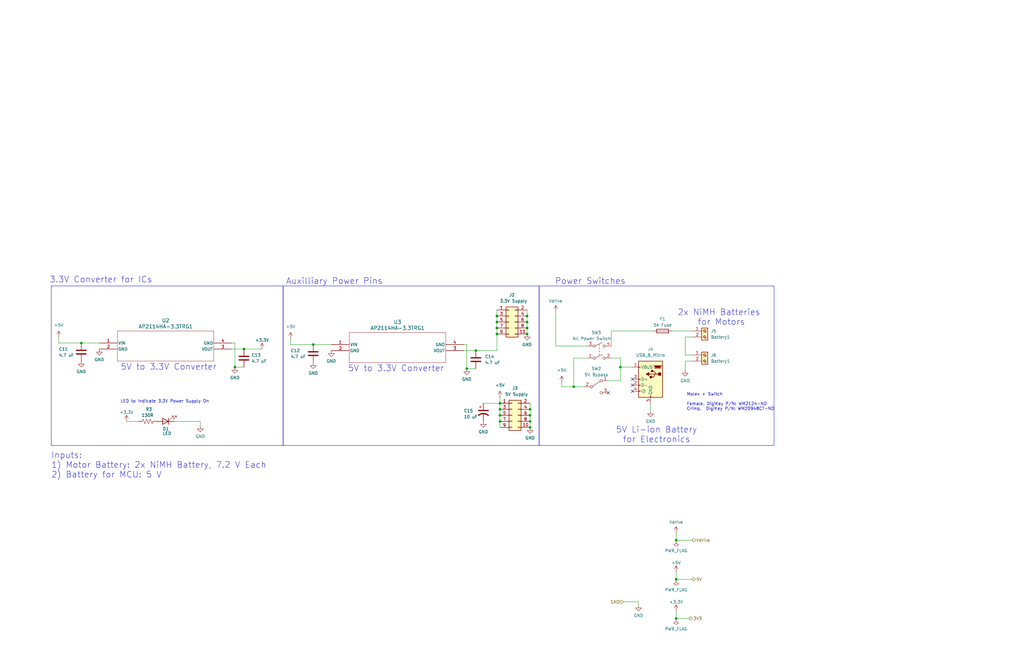
<source format=kicad_sch>
(kicad_sch (version 20250114) (generator "eeschema") (generator_version "9.0")
  (paper "B")
  (title_block (title "MCU Controller") (rev "0.3") (company "satomm@stanford.edu") (comment 1 "Department of Civil and Environmental Engineering") (comment 2 "Engineering Informatics Group") (comment 3 "Stanford University") (comment 4 "Matthew Sato"))
  (lib_symbols
    (symbol "Connector:Screw_Terminal_01x02" (pin_names (offset 1.016) (hide yes))
      (property "Reference" "J" (at 0 2.54 0))
      (property "Value" "Screw_Terminal_01x02" (at 0 -5.08 0))
      (symbol "Screw_Terminal_01x02_1_1"
        (rectangle (start -1.27 1.27) (end 1.27 -3.81) (stroke (width 0.254)) (fill (type background)))
        (polyline (pts (xy -0.5334 0.3302) (xy 0.3302 -0.508)) (stroke (width 0.1524)))
        (polyline (pts (xy -0.5334 -2.2098) (xy 0.3302 -3.048)) (stroke (width 0.1524)))
        (polyline (pts (xy -0.3556 0.508) (xy 0.508 -0.3302)) (stroke (width 0.1524)))
        (polyline (pts (xy -0.3556 -2.032) (xy 0.508 -2.8702)) (stroke (width 0.1524)))
        (circle (center 0 0) (radius 0.635) (stroke (width 0.1524)))
        (circle (center 0 -2.54) (radius 0.635) (stroke (width 0.1524)))
        (pin passive line (at -5.08 0 0) (length 3.81) (name "Pin_1") (number "1"))
        (pin passive line (at -5.08 -2.54 0) (length 3.81) (name "Pin_2") (number "2"))
      )
    )
    (symbol "Connector:USB_B_Micro" (pin_names (offset 1.016))
      (property "Reference" "J13" (at 0 12.7 0))
      (property "Value" "USB_B_Micro" (at 0 10.16 0))
      (symbol "USB_B_Micro_0_1"
        (rectangle (start -5.08 -7.62) (end 5.08 7.62) (stroke (width 0.254)) (fill (type background)))
        (polyline (pts (xy -4.699 5.842) (xy -4.699 5.588) (xy -4.445 4.826) (xy -4.445 4.572) (xy -1.651 4.572) (xy -1.651 4.826) (xy -1.397 5.588) (xy -1.397 5.842) (xy -4.699 5.842)))
        (polyline (pts (xy -4.318 5.588) (xy -1.778 5.588) (xy -2.032 4.826) (xy -4.064 4.826) (xy -4.318 5.588)) (fill (type outline)))
        (circle (center -3.81 2.159) (radius 0.635) (stroke (width 0.254)) (fill (type outline)))
        (polyline (pts (xy -3.175 2.159) (xy -2.54 2.159) (xy -1.27 3.429) (xy -0.635 3.429)) (stroke (width 0.254)))
        (polyline (pts (xy -2.54 2.159) (xy -1.905 2.159) (xy -1.27 0.889) (xy 0 0.889)) (stroke (width 0.254)))
        (polyline (pts (xy -1.905 2.159) (xy 0.635 2.159)) (stroke (width 0.254)))
        (circle (center -0.635 3.429) (radius 0.381) (stroke (width 0.254)) (fill (type outline)))
        (rectangle (start -0.127 -7.62) (end 0.127 -6.858))
        (rectangle (start 0.254 1.27) (end -0.508 0.508) (stroke (width 0.254)) (fill (type outline)))
        (polyline (pts (xy 0.635 2.794) (xy 0.635 1.524) (xy 1.905 2.159) (xy 0.635 2.794)) (stroke (width 0.254)) (fill (type outline)))
        (rectangle (start 5.08 4.953) (end 4.318 5.207))
        (rectangle (start 5.08 -0.127) (end 4.318 0.127))
        (rectangle (start 5.08 -2.667) (end 4.318 -2.413))
        (rectangle (start 5.08 -5.207) (end 4.318 -4.953))
      )
      (symbol "USB_B_Micro_1_1"
        (pin passive line (at 0 -10.16 90) (length 2.54) (name "GND") (number "5"))
        (pin power_out line (at 7.62 5.08 180) (length 2.54) (name "VBUS") (number "1"))
        (pin bidirectional line (at 7.62 0 180) (length 2.54) (name "D+") (number "3"))
        (pin bidirectional line (at 7.62 -2.54 180) (length 2.54) (name "D-") (number "2"))
        (pin passive line (at 7.62 -5.08 180) (length 2.54) (name "ID") (number "4"))
      )
    )
    (symbol "Connector_Generic:Conn_02x05_Odd_Even" (pin_names (offset 1.016) (hide yes))
      (property "Reference" "J" (at 1.27 7.62 0))
      (property "Value" "Conn_02x05_Odd_Even" (at 1.27 -7.62 0))
      (symbol "Conn_02x05_Odd_Even_1_1"
        (rectangle (start -1.27 6.35) (end 3.81 -6.35) (stroke (width 0.254)) (fill (type background)))
        (rectangle (start -1.27 5.207) (end 0 4.953) (stroke (width 0.1524)))
        (rectangle (start -1.27 2.667) (end 0 2.413) (stroke (width 0.1524)))
        (rectangle (start -1.27 0.127) (end 0 -0.127) (stroke (width 0.1524)))
        (rectangle (start -1.27 -2.413) (end 0 -2.667) (stroke (width 0.1524)))
        (rectangle (start -1.27 -4.953) (end 0 -5.207) (stroke (width 0.1524)))
        (rectangle (start 3.81 5.207) (end 2.54 4.953) (stroke (width 0.1524)))
        (rectangle (start 3.81 2.667) (end 2.54 2.413) (stroke (width 0.1524)))
        (rectangle (start 3.81 0.127) (end 2.54 -0.127) (stroke (width 0.1524)))
        (rectangle (start 3.81 -2.413) (end 2.54 -2.667) (stroke (width 0.1524)))
        (rectangle (start 3.81 -4.953) (end 2.54 -5.207) (stroke (width 0.1524)))
        (pin passive line (at -5.08 5.08 0) (length 3.81) (name "Pin_1") (number "1"))
        (pin passive line (at -5.08 2.54 0) (length 3.81) (name "Pin_3") (number "3"))
        (pin passive line (at -5.08 0 0) (length 3.81) (name "Pin_5") (number "5"))
        (pin passive line (at -5.08 -2.54 0) (length 3.81) (name "Pin_7") (number "7"))
        (pin passive line (at -5.08 -5.08 0) (length 3.81) (name "Pin_9") (number "9"))
        (pin passive line (at 7.62 5.08 180) (length 3.81) (name "Pin_2") (number "2"))
        (pin passive line (at 7.62 2.54 180) (length 3.81) (name "Pin_4") (number "4"))
        (pin passive line (at 7.62 0 180) (length 3.81) (name "Pin_6") (number "6"))
        (pin passive line (at 7.62 -2.54 180) (length 3.81) (name "Pin_8") (number "8"))
        (pin passive line (at 7.62 -5.08 180) (length 3.81) (name "Pin_10") (number "10"))
      )
    )
    (symbol "Device:C" (pin_numbers (hide yes)) (pin_names (offset 0.254))
      (property "Reference" "C" (at 0.635 2.54 0))
      (property "Value" "C" (at 0.635 -2.54 0))
      (symbol "C_0_1"
        (polyline (pts (xy -2.032 0.762) (xy 2.032 0.762)) (stroke (width 0.508)))
        (polyline (pts (xy -2.032 -0.762) (xy 2.032 -0.762)) (stroke (width 0.508)))
      )
      (symbol "C_1_1"
        (pin passive line (at 0 3.81 270) (length 2.794) (name "~") (number "1"))
        (pin passive line (at 0 -3.81 90) (length 2.794) (name "~") (number "2"))
      )
    )
    (symbol "Device:C_Polarized_US" (pin_numbers (hide yes)) (pin_names (offset 0.254) (hide yes))
      (property "Reference" "C" (at 0.635 2.54 0))
      (property "Value" "C_Polarized_US" (at 0.635 -2.54 0))
      (symbol "C_Polarized_US_0_1"
        (polyline (pts (xy -2.032 0.762) (xy 2.032 0.762)) (stroke (width 0.508)))
        (polyline (pts (xy -1.778 2.286) (xy -0.762 2.286)))
        (polyline (pts (xy -1.27 1.778) (xy -1.27 2.794)))
        (arc (start -2.032 -1.27) (mid 0 -0.5572) (end 2.032 -1.27) (stroke (width 0.508)))
      )
      (symbol "C_Polarized_US_1_1"
        (pin passive line (at 0 3.81 270) (length 2.794) (name "~") (number "1"))
        (pin passive line (at 0 -3.81 90) (length 3.302) (name "~") (number "2"))
      )
    )
    (symbol "Device:Fuse" (pin_numbers (hide yes)) (pin_names (offset 0))
      (property "Reference" "F" (at 2.032 0 90))
      (property "Value" "Fuse" (at -1.905 0 90))
      (symbol "Fuse_0_1"
        (rectangle (start -0.762 -2.54) (end 0.762 2.54) (stroke (width 0.254)))
        (polyline (pts (xy 0 2.54) (xy 0 -2.54)))
      )
      (symbol "Fuse_1_1"
        (pin passive line (at 0 3.81 270) (length 1.27) (name "~") (number "1"))
        (pin passive line (at 0 -3.81 90) (length 1.27) (name "~") (number "2"))
      )
    )
    (symbol "Device:LED" (pin_numbers (hide yes)) (pin_names (offset 1.016) (hide yes))
      (property "Reference" "D" (at 0 2.54 0))
      (property "Value" "LED" (at 0 -2.54 0))
      (symbol "LED_0_1"
        (polyline (pts (xy -3.048 -0.762) (xy -4.572 -2.286) (xy -3.81 -2.286) (xy -4.572 -2.286) (xy -4.572 -1.524)))
        (polyline (pts (xy -1.778 -0.762) (xy -3.302 -2.286) (xy -2.54 -2.286) (xy -3.302 -2.286) (xy -3.302 -1.524)))
        (polyline (pts (xy -1.27 0) (xy 1.27 0)))
        (polyline (pts (xy -1.27 -1.27) (xy -1.27 1.27)) (stroke (width 0.254)))
        (polyline (pts (xy 1.27 -1.27) (xy 1.27 1.27) (xy -1.27 0) (xy 1.27 -1.27)) (stroke (width 0.254)))
      )
      (symbol "LED_1_1"
        (pin passive line (at -3.81 0 0) (length 2.54) (name "K") (number "1"))
        (pin passive line (at 3.81 0 180) (length 2.54) (name "A") (number "2"))
      )
    )
    (symbol "Device:R_US" (pin_numbers (hide yes)) (pin_names (offset 0))
      (property "Reference" "R" (at 2.54 0 90))
      (property "Value" "R_US" (at -2.54 0 90))
      (symbol "R_US_0_1"
        (polyline (pts (xy 0 2.286) (xy 0 2.54)))
        (polyline (pts (xy 0 2.286) (xy 1.016 1.905) (xy 0 1.524) (xy -1.016 1.143) (xy 0 0.762)))
        (polyline (pts (xy 0 0.762) (xy 1.016 0.381) (xy 0 0) (xy -1.016 -0.381) (xy 0 -0.762)))
        (polyline (pts (xy 0 -0.762) (xy 1.016 -1.143) (xy 0 -1.524) (xy -1.016 -1.905) (xy 0 -2.286)))
        (polyline (pts (xy 0 -2.286) (xy 0 -2.54)))
      )
      (symbol "R_US_1_1"
        (pin passive line (at 0 3.81 270) (length 1.27) (name "~") (number "1"))
        (pin passive line (at 0 -3.81 90) (length 1.27) (name "~") (number "2"))
      )
    )
    (symbol "Matts_Library:AP2114HA-3.3TRG1" (pin_names (offset 0.254))
      (property "Reference" "U" (at 27.94 10.16 0))
      (property "Value" "AP2114HA-3.3TRG1" (at 27.94 7.62 0))
      (symbol "AP2114HA-3.3TRG1_0_1"
        (polyline (pts (xy 7.62 5.08) (xy 7.62 -7.62)) (stroke (width 0.127)))
        (polyline (pts (xy 7.62 -7.62) (xy 48.26 -7.62)) (stroke (width 0.127)))
        (polyline (pts (xy 48.26 5.08) (xy 7.62 5.08)) (stroke (width 0.127)))
        (polyline (pts (xy 48.26 -7.62) (xy 48.26 5.08)) (stroke (width 0.127)))
        (pin power_in line (at 0 -2.54 0) (length 7.62) (name "GND") (number "2"))
      )
      (symbol "AP2114HA-3.3TRG1_1_1"
        (pin passive line (at 0 0 0) (length 7.62) (name "VIN") (number "1"))
        (pin passive line (at 55.88 0 180) (length 7.62) (name "GND") (number "4"))
        (pin passive line (at 55.88 -2.54 180) (length 7.62) (name "VOUT") (number "3"))
      )
    )
    (symbol "Switch:SW_DPST" (pin_names (offset 0) (hide yes))
      (property "Reference" "SW" (at 0 5.08 0))
      (property "Value" "SW_DPST" (at 0 -5.08 0))
      (symbol "SW_DPST_0_0"
        (circle (center -2.032 2.54) (radius 0.508))
        (circle (center -2.032 -2.54) (radius 0.508))
        (polyline (pts (xy -1.524 2.794) (xy 1.27 4.064)))
        (polyline (pts (xy -1.524 -2.286) (xy 1.27 -1.016)))
        (polyline (pts (xy 0 2.54) (xy 0 3.175)))
        (polyline (pts (xy 0 1.27) (xy 0 1.905)))
        (polyline (pts (xy 0 0) (xy 0 0.635)))
        (polyline (pts (xy 0 -1.27) (xy 0 -0.635)))
        (circle (center 2.032 2.54) (radius 0.508))
        (circle (center 2.032 -2.54) (radius 0.508))
      )
      (symbol "SW_DPST_1_1"
        (pin passive line (at -5.08 2.54 0) (length 2.54) (name "3") (number "3"))
        (pin passive line (at -5.08 -2.54 0) (length 2.54) (name "1") (number "1"))
        (pin passive line (at 5.08 2.54 180) (length 2.54) (name "4") (number "4"))
        (pin passive line (at 5.08 -2.54 180) (length 2.54) (name "2") (number "2"))
      )
    )
    (symbol "Switch:SW_SPDT" (pin_names (offset 0) (hide yes))
      (property "Reference" "SW" (at 0 4.318 0))
      (property "Value" "SW_SPDT" (at 0 -5.08 0))
      (symbol "SW_SPDT_0_0"
        (circle (center -2.032 0) (radius 0.508))
        (circle (center 2.032 -2.54) (radius 0.508))
      )
      (symbol "SW_SPDT_0_1"
        (polyline (pts (xy -1.524 0.254) (xy 1.651 2.286)))
        (circle (center 2.032 2.54) (radius 0.508))
      )
      (symbol "SW_SPDT_1_1"
        (pin passive line (at -5.08 0 0) (length 2.54) (name "B") (number "2"))
        (pin passive line (at 5.08 2.54 180) (length 2.54) (name "A") (number "1"))
        (pin passive line (at 5.08 -2.54 180) (length 2.54) (name "C") (number "3"))
      )
    )
    (symbol "power:+3.3V" (power) (pin_names (offset 0))
      (property "Value" "+3.3V" (at 0 3.556 0))
      (symbol "+3.3V_0_1"
        (polyline (pts (xy -0.762 1.27) (xy 0 2.54)))
        (polyline (pts (xy 0 2.54) (xy 0.762 1.27)))
        (polyline (pts (xy 0 0) (xy 0 2.54)))
      )
      (symbol "+3.3V_1_1"
        (pin power_in line (at 0 0 90) (length 0) (hide yes) (name "+3.3V") (number "1"))
      )
    )
    (symbol "power:+5V" (power) (pin_names (offset 0))
      (property "Value" "+5V" (at 0 3.556 0))
      (symbol "+5V_0_1"
        (polyline (pts (xy -0.762 1.27) (xy 0 2.54)))
        (polyline (pts (xy 0 2.54) (xy 0.762 1.27)))
        (polyline (pts (xy 0 0) (xy 0 2.54)))
      )
      (symbol "+5V_1_1"
        (pin power_in line (at 0 0 90) (length 0) (hide yes) (name "+5V") (number "1"))
      )
    )
    (symbol "power:GND" (power) (pin_names (offset 0))
      (property "Value" "GND" (at 0 -3.81 0))
      (symbol "GND_0_1"
        (polyline (pts (xy 0 0) (xy 0 -1.27) (xy 1.27 -1.27) (xy 0 -2.54) (xy -1.27 -1.27) (xy 0 -1.27)))
      )
      (symbol "GND_1_1"
        (pin power_in line (at 0 0 270) (length 0) (hide yes) (name "GND") (number "1"))
      )
    )
    (symbol "power:PWR_FLAG" (power) (pin_numbers (hide yes)) (pin_names (offset 0) (hide yes))
      (property "Value" "PWR_FLAG" (at 0 3.81 0))
      (symbol "PWR_FLAG_0_0"
        (pin power_out line (at 0 0 90) (length 0) (name "pwr") (number "1"))
      )
      (symbol "PWR_FLAG_0_1"
        (polyline (pts (xy 0 0) (xy 0 1.27) (xy -1.016 1.905) (xy 0 2.54) (xy 1.016 1.905) (xy 0 1.27)))
      )
    )
    (symbol "power:Vdrive" (power) (pin_names (offset 0))
      (property "Value" "Vdrive" (at 0 3.81 0))
      (symbol "Vdrive_0_1"
        (polyline (pts (xy -0.762 1.27) (xy 0 2.54)))
        (polyline (pts (xy 0 2.54) (xy 0.762 1.27)))
        (polyline (pts (xy 0 0) (xy 0 2.54)))
      )
      (symbol "Vdrive_1_1"
        (pin power_in line (at 0 0 90) (length 0) (hide yes) (name "Vdrive") (number "1"))
      )
    )
  )
  (rectangle (start 119.38 120.65) (end 227.33 187.96))
  (rectangle (start 21.59 120.65) (end 119.38 187.96))
  (rectangle (start 227.33 120.65) (end 326.39 187.96))
  (text "3.3V Converter for ICs" (at 42.545 118.11 0) (effects (font (size 2.54 2.54))))
  (text "LED to Indicate 3.3V Power Supply On" (at 50.8 170.18 0) (effects (font (size 1.27 1.27)) (justify left bottom)))
  (text "5V Li-ion Battery\nfor Electronics" (at 276.86 183.515 0) (effects (font (size 2.54 2.54))))
  (text "Auxilliary Power Pins" (at 140.97 118.745 0) (effects (font (size 2.54 2.54))))
  (text "5V to 3.3V Converter" (at 167.005 155.575 0) (effects (font (size 2.54 2.54))))
  (text "Inputs:\n1) Motor Battery: 2x NiMH Battery, 7.2 V Each\n2) Battery for MCU: 5 V" (at 21.59 201.93 0) (effects (font (size 2.54 2.54)) (justify left bottom)))
  (text "5V to 3.3V Converter" (at 71.12 154.94 0) (effects (font (size 2.54 2.54))))
  (text "2x NiMH Batteries \nfor Motors" (at 304.165 133.985 0) (effects (font (size 2.54 2.54))))
  (text "Molex + Switch\n\nFemale, DigiKey P/N: WM2124-ND\nCrimp,  DigiKey P/N: WM20948CT-ND" (at 289.56 173.355 0) (effects (font (size 1.27 1.27)) (justify left bottom)))
  (text "Power Switches" (at 248.92 118.745 0) (effects (font (size 2.54 2.54))))
  (junction (at 285.115 227.965))
  (junction (at 209.55 135.89))
  (junction (at 222.25 135.89))
  (junction (at 196.85 155.575))
  (junction (at 222.25 133.35))
  (junction (at 261.62 154.94))
  (junction (at 210.82 170.18))
  (junction (at 241.935 163.195))
  (junction (at 222.25 140.97))
  (junction (at 210.82 172.72))
  (junction (at 34.29 144.78))
  (junction (at 223.52 175.26))
  (junction (at 223.52 172.72))
  (junction (at 223.52 177.8))
  (junction (at 223.52 180.34))
  (junction (at 99.06 154.94))
  (junction (at 209.55 138.43))
  (junction (at 210.82 175.26))
  (junction (at 222.25 138.43))
  (junction (at 285.115 260.985))
  (junction (at 285.115 244.475))
  (junction (at 210.82 177.8))
  (junction (at 200.66 147.955))
  (junction (at 132.08 145.415))
  (junction (at 102.87 147.32))
  (junction (at 209.55 133.35))
  (junction (at 209.55 140.97))
  (no_connect (at 266.7 160.02))
  (no_connect (at 266.7 162.56))
  (no_connect (at 266.7 165.1))
  (no_connect (at 256.54 165.735))
  (wire (pts (xy 261.62 151.13) (xy 261.62 154.94)))
  (wire (pts (xy 210.82 175.26) (xy 210.82 177.8)))
  (wire (pts (xy 223.52 175.26) (xy 223.52 177.8)))
  (wire (pts (xy 122.555 142.875) (xy 122.555 145.415)))
  (wire (pts (xy 97.79 147.32) (xy 102.87 147.32)))
  (wire (pts (xy 222.25 138.43) (xy 222.25 140.97)))
  (wire (pts (xy 234.315 131.445) (xy 234.315 146.05)))
  (wire (pts (xy 288.925 149.86) (xy 288.925 142.24)))
  (wire (pts (xy 236.855 161.29) (xy 236.855 163.195)))
  (wire (pts (xy 210.82 167.64) (xy 210.82 170.18)))
  (wire (pts (xy 261.62 154.94) (xy 266.7 154.94)))
  (wire (pts (xy 261.62 151.13) (xy 257.81 151.13)))
  (wire (pts (xy 222.25 133.35) (xy 222.25 135.89)))
  (wire (pts (xy 292.1 227.965) (xy 285.115 227.965)))
  (wire (pts (xy 241.935 151.13) (xy 241.935 163.195)))
  (wire (pts (xy 209.55 133.35) (xy 209.55 135.89)))
  (wire (pts (xy 292.1 139.7) (xy 283.21 139.7)))
  (wire (pts (xy 195.58 147.955) (xy 200.66 147.955)))
  (wire (pts (xy 285.115 227.965) (xy 285.115 224.79)))
  (wire (pts (xy 288.925 142.24) (xy 292.1 142.24)))
  (wire (pts (xy 285.115 241.3) (xy 285.115 244.475)))
  (wire (pts (xy 139.7 145.415) (xy 132.08 145.415)))
  (wire (pts (xy 261.62 160.655) (xy 261.62 154.94)))
  (wire (pts (xy 292.1 152.4) (xy 288.925 152.4)))
  (wire (pts (xy 246.38 163.195) (xy 241.935 163.195)))
  (wire (pts (xy 34.29 144.78) (xy 24.765 144.78)))
  (wire (pts (xy 288.925 152.4) (xy 288.925 156.21)))
  (wire (pts (xy 102.87 147.32) (xy 110.49 147.32)))
  (wire (pts (xy 200.66 155.575) (xy 196.85 155.575)))
  (wire (pts (xy 210.82 172.72) (xy 210.82 175.26)))
  (wire (pts (xy 209.55 130.81) (xy 209.55 133.35)))
  (wire (pts (xy 257.81 139.7) (xy 257.81 146.05)))
  (wire (pts (xy 222.25 130.81) (xy 222.25 133.35)))
  (wire (pts (xy 247.65 151.13) (xy 241.935 151.13)))
  (wire (pts (xy 285.115 257.81) (xy 285.115 260.985)))
  (wire (pts (xy 256.54 160.655) (xy 261.62 160.655)))
  (wire (pts (xy 210.82 177.8) (xy 210.82 180.34)))
  (wire (pts (xy 196.85 145.415) (xy 196.85 155.575)))
  (wire (pts (xy 210.82 170.18) (xy 210.82 172.72)))
  (wire (pts (xy 41.91 144.78) (xy 34.29 144.78)))
  (wire (pts (xy 269.24 254) (xy 269.24 255.27)))
  (wire (pts (xy 241.935 163.195) (xy 236.855 163.195)))
  (wire (pts (xy 203.835 170.18) (xy 210.82 170.18)))
  (wire (pts (xy 209.55 138.43) (xy 209.55 140.97)))
  (wire (pts (xy 222.25 135.89) (xy 222.25 138.43)))
  (wire (pts (xy 275.59 139.7) (xy 257.81 139.7)))
  (wire (pts (xy 262.89 254) (xy 269.24 254)))
  (wire (pts (xy 97.79 144.78) (xy 99.06 144.78)))
  (wire (pts (xy 247.65 146.05) (xy 234.315 146.05)))
  (wire (pts (xy 274.32 170.18) (xy 274.32 173.355)))
  (wire (pts (xy 223.52 170.18) (xy 223.52 172.72)))
  (wire (pts (xy 209.55 135.89) (xy 209.55 138.43)))
  (wire (pts (xy 84.455 177.8) (xy 84.455 179.705)))
  (wire (pts (xy 58.42 177.8) (xy 53.34 177.8)))
  (wire (pts (xy 223.52 177.8) (xy 223.52 180.34)))
  (wire (pts (xy 209.55 147.955) (xy 209.55 140.97)))
  (wire (pts (xy 292.1 149.86) (xy 288.925 149.86)))
  (wire (pts (xy 99.06 144.78) (xy 99.06 154.94)))
  (wire (pts (xy 285.115 260.985) (xy 290.83 260.985)))
  (wire (pts (xy 132.08 145.415) (xy 122.555 145.415)))
  (wire (pts (xy 223.52 172.72) (xy 223.52 175.26)))
  (wire (pts (xy 285.115 244.475) (xy 292.1 244.475)))
  (wire (pts (xy 195.58 145.415) (xy 196.85 145.415)))
  (wire (pts (xy 200.66 147.955) (xy 209.55 147.955)))
  (wire (pts (xy 102.87 154.94) (xy 99.06 154.94)))
  (wire (pts (xy 73.66 177.8) (xy 84.455 177.8)))
  (wire (pts (xy 24.765 142.24) (xy 24.765 144.78)))
  (hierarchical_label "Vdrive" (shape output) (at 292.1 227.965 0))
  (hierarchical_label "GND" (shape input) (at 262.89 254 180))
  (hierarchical_label "3V3" (shape output) (at 290.83 260.985 0))
  (hierarchical_label "5V" (shape output) (at 292.1 244.475 0))
  (symbol (lib_id "Connector:USB_B_Micro") (at 274.32 160.02 0) (mirror y) (unit 1)
    (property "Reference" "J4" (at 274.32 147.32 0))
    (property "Value" "USB_B_Micro" (at 274.32 149.86 0))
    (property "Footprint" "RobotLibrary:AMPHENOL_10118193-0001LF" (effects (hide yes)))
    (property "Datasheet" "https://www.amphenol-cs.com/media/wysiwyg/files/drawing/10118194.pdf" (effects (hide yes)))
    (property "Description" "CONN RCPT USB2.0 MICRO B SMD R/A" (effects (hide yes)))
    (property "Mfr" "Amphenol ICC (FCI)" (effects (hide yes)))
    (property "Mfr P/N" "10118193-0001LF" (effects (hide yes)))
    (property "Supplier 1" "DigiKey" (effects (hide yes)))
    (property "Supplier 1 P/N" "609-4616-1-ND" (effects (hide yes)))
  )
  (symbol (lib_id "power:Vdrive") (at 285.115 224.79 0) (unit 1)
    (property "Reference" "#PWR0206" (effects (hide yes)))
    (property "Value" "Vdrive" (at 285.115 220.345 0))
  )
  (symbol (lib_id "Device:C") (at 200.66 151.765 0) (unit 1)
    (property "Reference" "C14" (at 204.47 150.4949 0) (effects (justify left)))
    (property "Value" "4.7 uF" (at 204.47 153.0349 0) (effects (justify left)))
    (property "Footprint" "Capacitor_SMD:C_0805_2012Metric_Pad1.18x1.45mm_HandSolder" (effects (hide yes)))
    (property "Datasheet" "https://mm.digikey.com/Volume0/opasdata/d220001/medias/docus/41/CL21A475KAQNNNE_Spec.pdf" (effects (hide yes)))
    (property "Description" "CAP CER 4.7UF 25V X5R 0805" (effects (hide yes)))
    (property "Mfr" "Samsung Electro-Mechanics" (effects (hide yes)))
    (property "Mfr P/N" "CL21A475KAQNNNE" (effects (hide yes)))
    (property "Supplier 1" "DigiKey" (effects (hide yes)))
    (property "Supplier 1 P/N" "1276-1244-1-ND" (effects (hide yes)))
  )
  (symbol (lib_id "power:GND") (at 222.25 140.97 0) (unit 1)
    (property "Reference" "#PWR0200" (effects (hide yes)))
    (property "Value" "GND" (at 222.25 145.415 0))
  )
  (symbol (lib_id "power:GND") (at 41.91 147.32 0) (unit 1)
    (property "Reference" "#PWR0191" (effects (hide yes)))
    (property "Value" "GND" (at 41.91 151.765 0))
  )
  (symbol (lib_id "power:GND") (at 203.835 177.8 0) (unit 1)
    (property "Reference" "#PWR0198" (effects (hide yes)))
    (property "Value" "GND" (at 203.835 182.245 0))
  )
  (symbol (lib_id "power:+5V") (at 210.82 167.64 0) (unit 1)
    (property "Reference" "#PWR0199" (effects (hide yes)))
    (property "Value" "+5V" (at 210.82 162.56 0))
  )
  (symbol (lib_id "power:+3.3V") (at 53.34 177.8 0) (unit 1)
    (property "Reference" "#PWR0205" (effects (hide yes)))
    (property "Value" "+3.3V" (at 53.34 173.99 0))
  )
  (symbol (lib_id "power:+5V") (at 122.555 142.875 0) (unit 1)
    (property "Reference" "#PWR0192" (effects (hide yes)))
    (property "Value" "+5V" (at 122.555 137.795 0))
  )
  (symbol (lib_id "power:GND") (at 269.24 255.27 0) (unit 1)
    (property "Reference" "#PWR0204" (effects (hide yes)))
    (property "Value" "GND" (at 269.24 259.715 0))
  )
  (symbol (lib_id "Connector:Screw_Terminal_01x02") (at 297.18 139.7 0) (unit 1)
    (property "Reference" "J5" (at 299.72 139.6999 0) (effects (justify left)))
    (property "Value" "Battery1" (at 299.72 142.2399 0) (effects (justify left)))
    (property "Footprint" "RobotLibrary:CONN_1017514" (effects (hide yes)))
    (property "Datasheet" "https://mm.digikey.com/Volume0/opasdata/d220001/medias/docus/787/1017514_Ds.pdf" (effects (hide yes)))
    (property "Description" "TERM BLK 2P SIDE ENT 6.35MM PCB" (effects (hide yes)))
    (property "Mfr" "Phoenix Contact" (effects (hide yes)))
    (property "Mfr P/N" "1017514" (effects (hide yes)))
    (property "Supplier 1" "DigiKey" (effects (hide yes)))
    (property "Supplier 1 P/N" "277-17504-ND" (effects (hide yes)))
  )
  (symbol (lib_id "Device:C") (at 132.08 149.225 0) (unit 1)
    (property "Reference" "C12" (at 122.555 147.955 0) (effects (justify left)))
    (property "Value" "4.7 uF" (at 122.555 150.495 0) (effects (justify left)))
    (property "Footprint" "Capacitor_SMD:C_0805_2012Metric_Pad1.18x1.45mm_HandSolder" (effects (hide yes)))
    (property "Datasheet" "https://mm.digikey.com/Volume0/opasdata/d220001/medias/docus/41/CL21A475KAQNNNE_Spec.pdf" (effects (hide yes)))
    (property "Description" "CAP CER 4.7UF 25V X5R 0805" (effects (hide yes)))
    (property "Mfr" "Samsung Electro-Mechanics" (effects (hide yes)))
    (property "Mfr P/N" "CL21A475KAQNNNE" (effects (hide yes)))
    (property "Supplier 1" "DigiKey" (effects (hide yes)))
    (property "Supplier 1 P/N" "1276-1244-1-ND" (effects (hide yes)))
  )
  (symbol (lib_id "power:PWR_FLAG") (at 285.115 260.985 180) (unit 1)
    (property "Reference" "#FLG09" (effects (hide yes)))
    (property "Value" "PWR_FLAG" (at 285.115 265.43 0))
  )
  (symbol (lib_id "power:+5V") (at 24.765 142.24 0) (unit 1)
    (property "Reference" "#PWR0189" (effects (hide yes)))
    (property "Value" "+5V" (at 24.765 137.16 0))
  )
  (symbol (lib_id "power:GND") (at 223.52 180.34 0) (unit 1)
    (property "Reference" "#PWR0201" (effects (hide yes)))
    (property "Value" "GND" (at 223.52 184.785 0))
  )
  (symbol (lib_id "Device:Fuse") (at 279.4 139.7 90) (unit 1)
    (property "Reference" "F1" (at 279.4 134.62 90))
    (property "Value" "5A Fuse" (at 279.4 137.16 90))
    (property "Footprint" "RobotLibrary:FUSE_4628" (effects (hide yes)))
    (property "Datasheet" "https://www.keyelco.com/userAssets/file/M65p44.pdf" (effects (hide yes)))
    (property "Description" "FUSE HLDR CARTRIDGE 250V 5A PCB for 5mm x 20 mm fuses" (effects (hide yes)))
    (property "Mfr" "Keystone Electronics" (effects (hide yes)))
    (property "Mfr P/N" "4628" (effects (hide yes)))
    (property "Supplier 1" "DigiKey" (effects (hide yes)))
    (property "Supplier 1 P/N" "36-4628-ND" (effects (hide yes)))
  )
  (symbol (lib_id "Device:C") (at 34.29 148.59 0) (unit 1)
    (property "Reference" "C11" (at 24.765 147.32 0) (effects (justify left)))
    (property "Value" "4.7 uF" (at 24.765 149.86 0) (effects (justify left)))
    (property "Footprint" "Capacitor_SMD:C_0805_2012Metric_Pad1.18x1.45mm_HandSolder" (effects (hide yes)))
    (property "Datasheet" "https://mm.digikey.com/Volume0/opasdata/d220001/medias/docus/41/CL21A475KAQNNNE_Spec.pdf" (effects (hide yes)))
    (property "Description" "CAP CER 4.7UF 25V X5R 0805" (effects (hide yes)))
    (property "Mfr" "Samsung Electro-Mechanics" (effects (hide yes)))
    (property "Mfr P/N" "CL21A475KAQNNNE" (effects (hide yes)))
    (property "Supplier 1" "DigiKey" (effects (hide yes)))
    (property "Supplier 1 P/N" "1276-1244-1-ND" (effects (hide yes)))
  )
  (symbol (lib_id "Connector_Generic:Conn_02x05_Odd_Even") (at 215.9 175.26 0) (unit 1)
    (property "Reference" "J3" (at 217.17 163.83 0))
    (property "Value" "5V Supply" (at 217.805 166.37 0))
    (property "Footprint" "Connector_PinHeader_2.54mm:PinHeader_2x05_P2.54mm_Vertical" (effects (hide yes)))
    (property "Datasheet" "https://app.adam-tech.com/products/download/data_sheet/202065/ph2-xx-ua-data-sheet.pdf" (effects (hide yes)))
    (property "Description" "CONN HEADER VERT 10POS 2.54MM" (effects (hide yes)))
    (property "Mfr" "Adam Tech" (effects (hide yes)))
    (property "Mfr P/N" "PH2-10-UA" (effects (hide yes)))
    (property "Supplier 1" "DigiKey" (effects (hide yes)))
    (property "Supplier 1 P/N" "2057-PH2-10-UA-ND" (effects (hide yes)))
  )
  (symbol (lib_id "power:GND") (at 132.08 153.035 0) (unit 1)
    (property "Reference" "#PWR0193" (effects (hide yes)))
    (property "Value" "GND" (at 132.08 157.48 0))
  )
  (symbol (lib_id "Device:LED") (at 69.85 177.8 180) (unit 1)
    (property "Reference" "D1" (at 68.58 180.975 0) (effects (justify right)))
    (property "Value" "LED" (at 68.58 182.88 0) (effects (justify right)))
    (property "Footprint" "LED_SMD:LED_0805_2012Metric_Pad1.15x1.40mm_HandSolder" (effects (hide yes)))
    (property "Datasheet" "https://www.we-online.com/katalog/datasheet/150080RS75000.pdf" (effects (hide yes)))
    (property "Description" "LED RED CLEAR 0805 SMD" (effects (hide yes)))
    (property "Mfr" "Würth Elektronik" (effects (hide yes)))
    (property "Mfr P/N" "150080RS75000" (effects (hide yes)))
    (property "Supplier 1" "DigiKey" (effects (hide yes)))
    (property "Supplier 1 P/N" "732-4984-1-ND" (effects (hide yes)))
  )
  (symbol (lib_id "Switch:SW_SPDT") (at 251.46 163.195 0) (unit 1)
    (property "Reference" "SW2" (at 251.46 155.575 0))
    (property "Value" "5V Bypass" (at 251.46 158.115 0))
    (property "Footprint" "RobotLibrary:SPDT_OS102011_CNK" (effects (hide yes)))
    (property "Datasheet" "https://www.ckswitches.com/media/1428/os.pdf" (effects (hide yes)))
    (property "Description" "SWITCH SLIDE SPDT 100MA 12V" (effects (hide yes)))
    (property "Mfr" "C&K" (effects (hide yes)))
    (property "Mfr P/N" "OS102011MS2QN1" (effects (hide yes)))
    (property "Supplier 1" "DigiKey" (effects (hide yes)))
    (property "Supplier 1 P/N" "CKN9565-ND" (effects (hide yes)))
  )
  (symbol (lib_id "power:+3.3V") (at 285.115 257.81 0) (unit 1)
    (property "Reference" "#PWR0208" (effects (hide yes)))
    (property "Value" "+3.3V" (at 285.115 254 0))
  )
  (symbol (lib_id "Matts_Library:AP2114HA-3.3TRG1") (at 41.91 144.78 0) (unit 1)
    (property "Reference" "U2" (at 69.85 135.255 0) (effects (font (size 1.524 1.524))))
    (property "Value" "AP2114HA-3.3TRG1" (at 69.85 137.795 0) (effects (font (size 1.524 1.524))))
    (property "Footprint" "RobotLibrary:SOT-223_DIO-M" (effects (hide yes)))
    (property "Datasheet" "AP2114HA-3.3TRG1" (effects (hide yes)))
    (property "Description" "IC REG LINEAR 3.3V 1A SOT223" (effects (hide yes)))
    (property "Mfr" "Diodes Incorporated" (effects (hide yes)))
    (property "Mfr P/N" "AP2114HA-3.3TRG1" (effects (hide yes)))
    (property "Supplier 1" "DigiKey" (effects (hide yes)))
    (property "Supplier 1 P/N" "AP2114HA-3.3TRG1DICT-ND" (effects (hide yes)))
  )
  (symbol (lib_id "Device:C") (at 102.87 151.13 0) (unit 1)
    (property "Reference" "C13" (at 106.045 149.8599 0) (effects (justify left)))
    (property "Value" "4.7 uF" (at 106.045 152.3999 0) (effects (justify left)))
    (property "Footprint" "Capacitor_SMD:C_0805_2012Metric_Pad1.18x1.45mm_HandSolder" (effects (hide yes)))
    (property "Datasheet" "https://mm.digikey.com/Volume0/opasdata/d220001/medias/docus/41/CL21A475KAQNNNE_Spec.pdf" (effects (hide yes)))
    (property "Description" "CAP CER 4.7UF 25V X5R 0805" (effects (hide yes)))
    (property "Mfr" "Samsung Electro-Mechanics" (effects (hide yes)))
    (property "Mfr P/N" "CL21A475KAQNNNE" (effects (hide yes)))
    (property "Supplier 1" "DigiKey" (effects (hide yes)))
    (property "Supplier 1 P/N" "1276-1244-1-ND" (effects (hide yes)))
  )
  (symbol (lib_id "power:GND") (at 84.455 179.705 0) (unit 1)
    (property "Reference" "#PWR0210" (effects (hide yes)))
    (property "Value" "GND" (at 84.455 184.15 0))
  )
  (symbol (lib_id "power:GND") (at 196.85 155.575 0) (unit 1)
    (property "Reference" "#PWR0197" (effects (hide yes)))
    (property "Value" "GND" (at 196.85 160.02 0))
  )
  (symbol (lib_id "power:PWR_FLAG") (at 285.115 227.965 180) (unit 1)
    (property "Reference" "#FLG07" (effects (hide yes)))
    (property "Value" "PWR_FLAG" (at 285.115 232.41 0))
  )
  (symbol (lib_id "Connector:Screw_Terminal_01x02") (at 297.18 149.86 0) (unit 1)
    (property "Reference" "J6" (at 299.72 149.8599 0) (effects (justify left)))
    (property "Value" "Battery1" (at 299.72 152.3999 0) (effects (justify left)))
    (property "Footprint" "RobotLibrary:CONN_1017514" (effects (hide yes)))
    (property "Datasheet" "https://mm.digikey.com/Volume0/opasdata/d220001/medias/docus/787/1017514_Ds.pdf" (effects (hide yes)))
    (property "Description" "TERM BLK 2P SIDE ENT 6.35MM PCB" (effects (hide yes)))
    (property "Mfr" "Phoenix Contact" (effects (hide yes)))
    (property "Mfr P/N" "1017514" (effects (hide yes)))
    (property "Supplier 1" "DigiKey" (effects (hide yes)))
    (property "Supplier 1 P/N" "277-17504-ND" (effects (hide yes)))
  )
  (symbol (lib_id "Switch:SW_DPST") (at 252.73 148.59 0) (unit 1)
    (property "Reference" "SW3" (at 251.46 140.335 0))
    (property "Value" "All Power Switch" (at 249.555 142.875 0))
    (property "Footprint" "RobotLibrary:26-60-4040_MOL" (effects (hide yes)))
    (property "Datasheet" "https://sten-eswitch-13110800-production.s3.amazonaws.com/system/asset/product_line/data_sheet/84/RA8.pdf" (effects (hide yes)))
    (property "Description" "SWITCH ROCKER DPST 16A 125V" (effects (hide yes)))
    (property "Mfr" "E-Switch" (effects (hide yes)))
    (property "Mfr P/N" "RA83231100" (effects (hide yes)))
    (property "Supplier 1" "DigiKey" (effects (hide yes)))
    (property "Supplier 1 P/N" "EG5682-ND" (effects (hide yes)))
    (property "Supplier 2" "DigiKey" (effects (hide yes)))
    (property "Supplier 2 P/N" "WM4622-ND" (effects (hide yes)))
  )
  (symbol (lib_id "Matts_Library:AP2114HA-3.3TRG1") (at 139.7 145.415 0) (unit 1)
    (property "Reference" "U3" (at 167.64 135.89 0) (effects (font (size 1.524 1.524))))
    (property "Value" "AP2114HA-3.3TRG1" (at 167.64 138.43 0) (effects (font (size 1.524 1.524))))
    (property "Footprint" "RobotLibrary:SOT-223_DIO-M" (effects (hide yes)))
    (property "Datasheet" "AP2114HA-3.3TRG1" (effects (hide yes)))
    (property "Description" "IC REG LINEAR 3.3V 1A SOT223" (effects (hide yes)))
    (property "Mfr" "Diodes Incorporated" (effects (hide yes)))
    (property "Mfr P/N" "AP2114HA-3.3TRG1" (effects (hide yes)))
    (property "Supplier 1" "DigiKey" (effects (hide yes)))
    (property "Supplier 1 P/N" "AP2114HA-3.3TRG1DICT-ND" (effects (hide yes)))
  )
  (symbol (lib_id "Device:R_US") (at 62.23 177.8 90) (unit 1)
    (property "Reference" "R3" (at 64.135 172.72 90) (effects (justify left)))
    (property "Value" "130R" (at 64.77 175.26 90) (effects (justify left)))
    (property "Footprint" "Resistor_SMD:R_0805_2012Metric_Pad1.20x1.40mm_HandSolder" (effects (hide yes)))
    (property "Datasheet" "https://www.seielect.com/catalog/sei-rmcf_rmcp.pdf" (effects (hide yes)))
    (property "Description" "RES 130 OHM 1% 1/8W 0805" (effects (hide yes)))
    (property "Mfr" "Stackpole Electronics Inc" (effects (hide yes)))
    (property "Mfr P/N" "RMCF0805FT130R" (effects (hide yes)))
    (property "Supplier 1" "DigiKey" (effects (hide yes)))
    (property "Supplier 1 P/N" "RMCF0805FT130RCT-ND" (effects (hide yes)))
  )
  (symbol (lib_id "power:+5V") (at 285.115 241.3 0) (unit 1)
    (property "Reference" "#PWR0207" (effects (hide yes)))
    (property "Value" "+5V" (at 285.115 237.49 0))
  )
  (symbol (lib_id "power:+3.3V") (at 110.49 147.32 0) (unit 1)
    (property "Reference" "#PWR0196" (effects (hide yes)))
    (property "Value" "+3.3V" (at 110.49 143.51 0))
  )
  (symbol (lib_id "Connector_Generic:Conn_02x05_Odd_Even") (at 214.63 135.89 0) (unit 1)
    (property "Reference" "J2" (at 215.9 124.46 0))
    (property "Value" "3.3V Supply" (at 216.535 127 0))
    (property "Footprint" "Connector_PinHeader_2.54mm:PinHeader_2x05_P2.54mm_Vertical" (effects (hide yes)))
    (property "Datasheet" "https://app.adam-tech.com/products/download/data_sheet/202065/ph2-xx-ua-data-sheet.pdf" (effects (hide yes)))
    (property "Description" "CONN HEADER VERT 10POS 2.54MM" (effects (hide yes)))
    (property "Mfr" "Adam Tech" (effects (hide yes)))
    (property "Mfr P/N" "PH2-10-UA" (effects (hide yes)))
    (property "Supplier 1" "DigiKey" (effects (hide yes)))
    (property "Supplier 1 P/N" "2057-PH2-10-UA-ND" (effects (hide yes)))
  )
  (symbol (lib_id "power:PWR_FLAG") (at 285.115 244.475 180) (unit 1)
    (property "Reference" "#FLG08" (effects (hide yes)))
    (property "Value" "PWR_FLAG" (at 285.115 248.92 0))
  )
  (symbol (lib_id "power:GND") (at 288.925 156.21 0) (unit 1)
    (property "Reference" "#PWR0211" (effects (hide yes)))
    (property "Value" "GND" (at 288.925 160.655 0))
  )
  (symbol (lib_id "power:GND") (at 274.32 173.355 0) (unit 1)
    (property "Reference" "#PWR0209" (effects (hide yes)))
    (property "Value" "GND" (at 274.32 177.8 0))
  )
  (symbol (lib_id "power:GND") (at 99.06 154.94 0) (unit 1)
    (property "Reference" "#PWR0195" (effects (hide yes)))
    (property "Value" "GND" (at 99.06 159.385 0))
  )
  (symbol (lib_id "power:GND") (at 139.7 147.955 0) (unit 1)
    (property "Reference" "#PWR0194" (effects (hide yes)))
    (property "Value" "GND" (at 139.7 152.4 0))
  )
  (symbol (lib_id "power:Vdrive") (at 234.315 131.445 0) (unit 1)
    (property "Reference" "#PWR0202" (effects (hide yes)))
    (property "Value" "Vdrive" (at 234.315 127 0))
  )
  (symbol (lib_id "power:GND") (at 34.29 152.4 0) (unit 1)
    (property "Reference" "#PWR0190" (effects (hide yes)))
    (property "Value" "GND" (at 34.29 156.845 0))
  )
  (symbol (lib_id "power:+5V") (at 236.855 161.29 0) (unit 1)
    (property "Reference" "#PWR0203" (effects (hide yes)))
    (property "Value" "+5V" (at 236.855 156.21 0))
  )
  (symbol (lib_id "Device:C_Polarized_US") (at 203.835 173.99 0) (unit 1)
    (property "Reference" "C15" (at 195.58 173.355 0) (effects (justify left)))
    (property "Value" "10 uF" (at 195.58 175.895 0) (effects (justify left)))
    (property "Footprint" "Capacitor_THT:CP_Radial_Tantal_D5.0mm_P2.50mm" (effects (hide yes)))
    (property "Datasheet" "https://datasheets.kyocera-avx.com/tap.pdf" (effects (hide yes)))
    (property "Description" "CAP TANT 10UF 10% 16V RADIAL" (effects (hide yes)))
    (property "Mfr" "KYOCERA AVX" (effects (hide yes)))
    (property "Mfr P/N" "TAP106K016CRW" (effects (hide yes)))
    (property "Supplier 1" "DigiKey" (effects (hide yes)))
    (property "Supplier 1 P/N" "478-7366-1-ND" (effects (hide yes)))
  )
)
</source>
